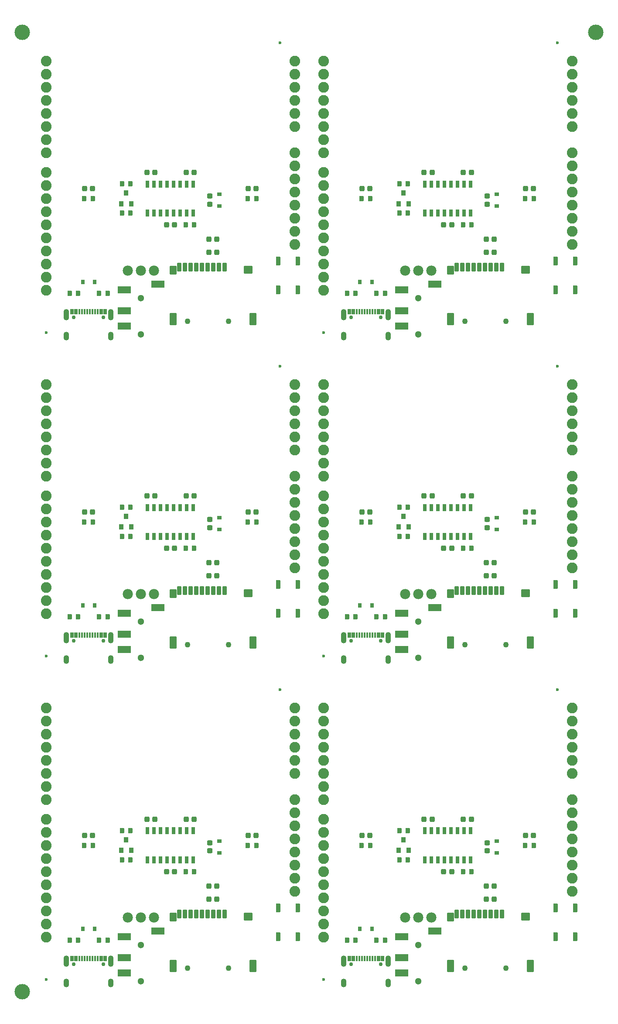
<source format=gts>
%TF.GenerationSoftware,KiCad,Pcbnew,8.0.7*%
%TF.CreationDate,2025-01-17T14:39:43-07:00*%
%TF.ProjectId,SparkFun_Serial_MP3_Player_Shield_MY1690X_panelized,53706172-6b46-4756-9e5f-53657269616c,rev?*%
%TF.SameCoordinates,Original*%
%TF.FileFunction,Soldermask,Top*%
%TF.FilePolarity,Negative*%
%FSLAX46Y46*%
G04 Gerber Fmt 4.6, Leading zero omitted, Abs format (unit mm)*
G04 Created by KiCad (PCBNEW 8.0.7) date 2025-01-17 14:39:43*
%MOMM*%
%LPD*%
G01*
G04 APERTURE LIST*
G04 Aperture macros list*
%AMRoundRect*
0 Rectangle with rounded corners*
0 $1 Rounding radius*
0 $2 $3 $4 $5 $6 $7 $8 $9 X,Y pos of 4 corners*
0 Add a 4 corners polygon primitive as box body*
4,1,4,$2,$3,$4,$5,$6,$7,$8,$9,$2,$3,0*
0 Add four circle primitives for the rounded corners*
1,1,$1+$1,$2,$3*
1,1,$1+$1,$4,$5*
1,1,$1+$1,$6,$7*
1,1,$1+$1,$8,$9*
0 Add four rect primitives between the rounded corners*
20,1,$1+$1,$2,$3,$4,$5,0*
20,1,$1+$1,$4,$5,$6,$7,0*
20,1,$1+$1,$6,$7,$8,$9,0*
20,1,$1+$1,$8,$9,$2,$3,0*%
G04 Aperture macros list end*
%ADD10C,3.000000*%
%ADD11RoundRect,0.050000X-0.300000X-0.600000X0.300000X-0.600000X0.300000X0.600000X-0.300000X0.600000X0*%
%ADD12RoundRect,0.250000X-0.250000X-0.275000X0.250000X-0.275000X0.250000X0.275000X-0.250000X0.275000X0*%
%ADD13C,0.750000*%
%ADD14RoundRect,0.050000X0.150000X0.500000X-0.150000X0.500000X-0.150000X-0.500000X0.150000X-0.500000X0*%
%ADD15RoundRect,0.050000X-0.150000X-0.500000X0.150000X-0.500000X0.150000X0.500000X-0.150000X0.500000X0*%
%ADD16RoundRect,0.050000X0.300000X0.500000X-0.300000X0.500000X-0.300000X-0.500000X0.300000X-0.500000X0*%
%ADD17RoundRect,0.050000X-0.300000X-0.500000X0.300000X-0.500000X0.300000X0.500000X-0.300000X0.500000X0*%
%ADD18O,1.100000X1.700000*%
%ADD19O,1.100000X2.200000*%
%ADD20RoundRect,0.225000X-0.225000X-0.300000X0.225000X-0.300000X0.225000X0.300000X-0.225000X0.300000X0*%
%ADD21RoundRect,0.243750X-0.243750X-0.281250X0.243750X-0.281250X0.243750X0.281250X-0.243750X0.281250X0*%
%ADD22RoundRect,0.250000X0.250000X0.275000X-0.250000X0.275000X-0.250000X-0.275000X0.250000X-0.275000X0*%
%ADD23C,1.100000*%
%ADD24RoundRect,0.050000X0.350000X-0.800000X0.350000X0.800000X-0.350000X0.800000X-0.350000X-0.800000X0*%
%ADD25RoundRect,0.050000X-0.600000X-0.800000X0.600000X-0.800000X0.600000X0.800000X-0.600000X0.800000X0*%
%ADD26RoundRect,0.050000X-0.600000X-1.100000X0.600000X-1.100000X0.600000X1.100000X-0.600000X1.100000X0*%
%ADD27RoundRect,0.050000X-0.800000X-0.700000X0.800000X-0.700000X0.800000X0.700000X-0.800000X0.700000X0*%
%ADD28RoundRect,0.050000X-0.400000X-0.450000X0.400000X-0.450000X0.400000X0.450000X-0.400000X0.450000X0*%
%ADD29RoundRect,0.225000X0.225000X0.300000X-0.225000X0.300000X-0.225000X-0.300000X0.225000X-0.300000X0*%
%ADD30C,1.300000*%
%ADD31RoundRect,0.050000X1.250000X-0.600000X1.250000X0.600000X-1.250000X0.600000X-1.250000X-0.600000X0*%
%ADD32RoundRect,0.050000X-1.250000X0.600000X-1.250000X-0.600000X1.250000X-0.600000X1.250000X0.600000X0*%
%ADD33C,0.600000*%
%ADD34C,2.082800*%
%ADD35C,1.979600*%
%ADD36RoundRect,0.050000X-0.381000X-0.762000X0.381000X-0.762000X0.381000X0.762000X-0.381000X0.762000X0*%
%ADD37RoundRect,0.050000X0.415000X-0.315000X0.415000X0.315000X-0.415000X0.315000X-0.415000X-0.315000X0*%
%ADD38RoundRect,0.250000X0.275000X-0.250000X0.275000X0.250000X-0.275000X0.250000X-0.275000X-0.250000X0*%
%ADD39RoundRect,0.050000X0.315000X0.415000X-0.315000X0.415000X-0.315000X-0.415000X0.315000X-0.415000X0*%
G04 APERTURE END LIST*
D10*
%TO.C,*%
X109228600Y185651100D03*
%TD*%
%TO.C,*%
X-2048600Y185651100D03*
%TD*%
%TO.C,*%
X-2048600Y-501100D03*
%TD*%
D11*
%TO.C,U2*%
X76065000Y150600000D03*
X77335000Y150600000D03*
X78605000Y150600000D03*
X79875000Y150600000D03*
X81145000Y150600000D03*
X82415000Y150600000D03*
X83685000Y150600000D03*
X84955000Y150600000D03*
X84955000Y156200000D03*
X83685000Y156200000D03*
X82415000Y156200000D03*
X81145000Y156200000D03*
X79875000Y156200000D03*
X78605000Y156200000D03*
X77335000Y156200000D03*
X76065000Y156200000D03*
%TD*%
%TO.C,U2*%
X76065000Y87870000D03*
X77335000Y87870000D03*
X78605000Y87870000D03*
X79875000Y87870000D03*
X81145000Y87870000D03*
X82415000Y87870000D03*
X83685000Y87870000D03*
X84955000Y87870000D03*
X84955000Y93470000D03*
X83685000Y93470000D03*
X82415000Y93470000D03*
X81145000Y93470000D03*
X79875000Y93470000D03*
X78605000Y93470000D03*
X77335000Y93470000D03*
X76065000Y93470000D03*
%TD*%
%TO.C,U2*%
X76065000Y25140000D03*
X77335000Y25140000D03*
X78605000Y25140000D03*
X79875000Y25140000D03*
X81145000Y25140000D03*
X82415000Y25140000D03*
X83685000Y25140000D03*
X84955000Y25140000D03*
X84955000Y30740000D03*
X83685000Y30740000D03*
X82415000Y30740000D03*
X81145000Y30740000D03*
X79875000Y30740000D03*
X78605000Y30740000D03*
X77335000Y30740000D03*
X76065000Y30740000D03*
%TD*%
%TO.C,U2*%
X22225000Y150600000D03*
X23495000Y150600000D03*
X24765000Y150600000D03*
X26035000Y150600000D03*
X27305000Y150600000D03*
X28575000Y150600000D03*
X29845000Y150600000D03*
X31115000Y150600000D03*
X31115000Y156200000D03*
X29845000Y156200000D03*
X28575000Y156200000D03*
X27305000Y156200000D03*
X26035000Y156200000D03*
X24765000Y156200000D03*
X23495000Y156200000D03*
X22225000Y156200000D03*
%TD*%
%TO.C,U2*%
X22225000Y87870000D03*
X23495000Y87870000D03*
X24765000Y87870000D03*
X26035000Y87870000D03*
X27305000Y87870000D03*
X28575000Y87870000D03*
X29845000Y87870000D03*
X31115000Y87870000D03*
X31115000Y93470000D03*
X29845000Y93470000D03*
X28575000Y93470000D03*
X27305000Y93470000D03*
X26035000Y93470000D03*
X24765000Y93470000D03*
X23495000Y93470000D03*
X22225000Y93470000D03*
%TD*%
D12*
%TO.C,C2*%
X87990000Y142922500D03*
X89540000Y142922500D03*
%TD*%
%TO.C,C2*%
X87990000Y80192500D03*
X89540000Y80192500D03*
%TD*%
%TO.C,C2*%
X87990000Y17462500D03*
X89540000Y17462500D03*
%TD*%
%TO.C,C2*%
X34150000Y142922500D03*
X35700000Y142922500D03*
%TD*%
%TO.C,C2*%
X34150000Y80192500D03*
X35700000Y80192500D03*
%TD*%
%TO.C,C3*%
X87990000Y145462500D03*
X89540000Y145462500D03*
%TD*%
%TO.C,C3*%
X87990000Y82732500D03*
X89540000Y82732500D03*
%TD*%
%TO.C,C3*%
X87990000Y20002500D03*
X89540000Y20002500D03*
%TD*%
%TO.C,C3*%
X34150000Y145462500D03*
X35700000Y145462500D03*
%TD*%
%TO.C,C3*%
X34150000Y82732500D03*
X35700000Y82732500D03*
%TD*%
D13*
%TO.C,J4*%
X61745000Y130365000D03*
X67525000Y130365000D03*
D14*
X63385000Y131470000D03*
X64385000Y131470000D03*
D15*
X64885000Y131470000D03*
X65885000Y131470000D03*
X66385000Y131470000D03*
X65385000Y131470000D03*
D14*
X63885000Y131470000D03*
X62885000Y131470000D03*
D16*
X61410000Y131470000D03*
D17*
X67860000Y131470000D03*
D18*
X60317000Y126715000D03*
D19*
X60317000Y130895000D03*
X68953000Y130895000D03*
D18*
X68953000Y126715000D03*
D16*
X62185000Y131470000D03*
D17*
X67085000Y131470000D03*
%TD*%
D13*
%TO.C,J4*%
X61745000Y67635000D03*
X67525000Y67635000D03*
D14*
X63385000Y68740000D03*
X64385000Y68740000D03*
D15*
X64885000Y68740000D03*
X65885000Y68740000D03*
X66385000Y68740000D03*
X65385000Y68740000D03*
D14*
X63885000Y68740000D03*
X62885000Y68740000D03*
D16*
X61410000Y68740000D03*
D17*
X67860000Y68740000D03*
D18*
X60317000Y63985000D03*
D19*
X60317000Y68165000D03*
X68953000Y68165000D03*
D18*
X68953000Y63985000D03*
D16*
X62185000Y68740000D03*
D17*
X67085000Y68740000D03*
%TD*%
D13*
%TO.C,J4*%
X61745000Y4905000D03*
X67525000Y4905000D03*
D14*
X63385000Y6010000D03*
X64385000Y6010000D03*
D15*
X64885000Y6010000D03*
X65885000Y6010000D03*
X66385000Y6010000D03*
X65385000Y6010000D03*
D14*
X63885000Y6010000D03*
X62885000Y6010000D03*
D16*
X61410000Y6010000D03*
D17*
X67860000Y6010000D03*
D18*
X60317000Y1255000D03*
D19*
X60317000Y5435000D03*
X68953000Y5435000D03*
D18*
X68953000Y1255000D03*
D16*
X62185000Y6010000D03*
D17*
X67085000Y6010000D03*
%TD*%
D13*
%TO.C,J4*%
X7905000Y130365000D03*
X13685000Y130365000D03*
D14*
X9545000Y131470000D03*
X10545000Y131470000D03*
D15*
X11045000Y131470000D03*
X12045000Y131470000D03*
X12545000Y131470000D03*
X11545000Y131470000D03*
D14*
X10045000Y131470000D03*
X9045000Y131470000D03*
D16*
X7570000Y131470000D03*
D17*
X14020000Y131470000D03*
D18*
X6477000Y126715000D03*
D19*
X6477000Y130895000D03*
X15113000Y130895000D03*
D18*
X15113000Y126715000D03*
D16*
X8345000Y131470000D03*
D17*
X13245000Y131470000D03*
%TD*%
D13*
%TO.C,J4*%
X7905000Y67635000D03*
X13685000Y67635000D03*
D14*
X9545000Y68740000D03*
X10545000Y68740000D03*
D15*
X11045000Y68740000D03*
X12045000Y68740000D03*
X12545000Y68740000D03*
X11545000Y68740000D03*
D14*
X10045000Y68740000D03*
X9045000Y68740000D03*
D16*
X7570000Y68740000D03*
D17*
X14020000Y68740000D03*
D18*
X6477000Y63985000D03*
D19*
X6477000Y68165000D03*
X15113000Y68165000D03*
D18*
X15113000Y63985000D03*
D16*
X8345000Y68740000D03*
D17*
X13245000Y68740000D03*
%TD*%
D20*
%TO.C,R3*%
X60952500Y134985000D03*
X62602500Y134985000D03*
%TD*%
%TO.C,R3*%
X60952500Y72255000D03*
X62602500Y72255000D03*
%TD*%
%TO.C,R3*%
X60952500Y9525000D03*
X62602500Y9525000D03*
%TD*%
%TO.C,R3*%
X7112500Y134985000D03*
X8762500Y134985000D03*
%TD*%
%TO.C,R3*%
X7112500Y72255000D03*
X8762500Y72255000D03*
%TD*%
D21*
%TO.C,D4*%
X95597500Y155305000D03*
X97172500Y155305000D03*
%TD*%
%TO.C,D4*%
X95597500Y92575000D03*
X97172500Y92575000D03*
%TD*%
%TO.C,D4*%
X95597500Y29845000D03*
X97172500Y29845000D03*
%TD*%
%TO.C,D4*%
X41757500Y155305000D03*
X43332500Y155305000D03*
%TD*%
%TO.C,D4*%
X41757500Y92575000D03*
X43332500Y92575000D03*
%TD*%
D22*
%TO.C,C1*%
X77475000Y158480000D03*
X75925000Y158480000D03*
%TD*%
%TO.C,C1*%
X77475000Y95750000D03*
X75925000Y95750000D03*
%TD*%
%TO.C,C1*%
X77475000Y33020000D03*
X75925000Y33020000D03*
%TD*%
%TO.C,C1*%
X23635000Y158480000D03*
X22085000Y158480000D03*
%TD*%
%TO.C,C1*%
X23635000Y95750000D03*
X22085000Y95750000D03*
%TD*%
D20*
%TO.C,R4*%
X71112500Y156257500D03*
X72762500Y156257500D03*
%TD*%
%TO.C,R4*%
X71112500Y93527500D03*
X72762500Y93527500D03*
%TD*%
%TO.C,R4*%
X71112500Y30797500D03*
X72762500Y30797500D03*
%TD*%
%TO.C,R4*%
X17272500Y156257500D03*
X18922500Y156257500D03*
%TD*%
%TO.C,R4*%
X17272500Y93527500D03*
X18922500Y93527500D03*
%TD*%
D23*
%TO.C,J6*%
X83815000Y129587500D03*
X91815000Y129587500D03*
D24*
X91015000Y140087500D03*
X89915000Y140087500D03*
X88815000Y140087500D03*
X87715000Y140087500D03*
X86615000Y140087500D03*
X85515000Y140087500D03*
X84415000Y140087500D03*
X83315000Y140087500D03*
X82215000Y140087500D03*
D25*
X81015000Y139487500D03*
D26*
X81015000Y129987500D03*
X96515000Y129987500D03*
D27*
X95615000Y139587500D03*
%TD*%
D23*
%TO.C,J6*%
X83815000Y66857500D03*
X91815000Y66857500D03*
D24*
X91015000Y77357500D03*
X89915000Y77357500D03*
X88815000Y77357500D03*
X87715000Y77357500D03*
X86615000Y77357500D03*
X85515000Y77357500D03*
X84415000Y77357500D03*
X83315000Y77357500D03*
X82215000Y77357500D03*
D25*
X81015000Y76757500D03*
D26*
X81015000Y67257500D03*
X96515000Y67257500D03*
D27*
X95615000Y76857500D03*
%TD*%
D23*
%TO.C,J6*%
X83815000Y4127500D03*
X91815000Y4127500D03*
D24*
X91015000Y14627500D03*
X89915000Y14627500D03*
X88815000Y14627500D03*
X87715000Y14627500D03*
X86615000Y14627500D03*
X85515000Y14627500D03*
X84415000Y14627500D03*
X83315000Y14627500D03*
X82215000Y14627500D03*
D25*
X81015000Y14027500D03*
D26*
X81015000Y4527500D03*
X96515000Y4527500D03*
D27*
X95615000Y14127500D03*
%TD*%
D23*
%TO.C,J6*%
X29975000Y129587500D03*
X37975000Y129587500D03*
D24*
X37175000Y140087500D03*
X36075000Y140087500D03*
X34975000Y140087500D03*
X33875000Y140087500D03*
X32775000Y140087500D03*
X31675000Y140087500D03*
X30575000Y140087500D03*
X29475000Y140087500D03*
X28375000Y140087500D03*
D25*
X27175000Y139487500D03*
D26*
X27175000Y129987500D03*
X42675000Y129987500D03*
D27*
X41775000Y139587500D03*
%TD*%
D23*
%TO.C,J6*%
X29975000Y66857500D03*
X37975000Y66857500D03*
D24*
X37175000Y77357500D03*
X36075000Y77357500D03*
X34975000Y77357500D03*
X33875000Y77357500D03*
X32775000Y77357500D03*
X31675000Y77357500D03*
X30575000Y77357500D03*
X29475000Y77357500D03*
X28375000Y77357500D03*
D25*
X27175000Y76757500D03*
D26*
X27175000Y67257500D03*
X42675000Y67257500D03*
D27*
X41775000Y76857500D03*
%TD*%
D28*
%TO.C,Q1*%
X70987500Y152400000D03*
X72887500Y152400000D03*
X71937500Y154500000D03*
%TD*%
%TO.C,Q1*%
X70987500Y89670000D03*
X72887500Y89670000D03*
X71937500Y91770000D03*
%TD*%
%TO.C,Q1*%
X70987500Y26940000D03*
X72887500Y26940000D03*
X71937500Y29040000D03*
%TD*%
%TO.C,Q1*%
X17147500Y152400000D03*
X19047500Y152400000D03*
X18097500Y154500000D03*
%TD*%
%TO.C,Q1*%
X17147500Y89670000D03*
X19047500Y89670000D03*
X18097500Y91770000D03*
%TD*%
D29*
%TO.C,R9*%
X97210000Y153400000D03*
X95560000Y153400000D03*
%TD*%
%TO.C,R9*%
X97210000Y90670000D03*
X95560000Y90670000D03*
%TD*%
%TO.C,R9*%
X97210000Y27940000D03*
X95560000Y27940000D03*
%TD*%
%TO.C,R9*%
X43370000Y153400000D03*
X41720000Y153400000D03*
%TD*%
%TO.C,R9*%
X43370000Y90670000D03*
X41720000Y90670000D03*
%TD*%
%TO.C,R6*%
X85145000Y148320000D03*
X83495000Y148320000D03*
%TD*%
%TO.C,R6*%
X85145000Y85590000D03*
X83495000Y85590000D03*
%TD*%
%TO.C,R6*%
X85145000Y22860000D03*
X83495000Y22860000D03*
%TD*%
%TO.C,R6*%
X31305000Y148320000D03*
X29655000Y148320000D03*
%TD*%
%TO.C,R6*%
X31305000Y85590000D03*
X29655000Y85590000D03*
%TD*%
D20*
%TO.C,R2*%
X66667500Y134985000D03*
X68317500Y134985000D03*
%TD*%
%TO.C,R2*%
X66667500Y72255000D03*
X68317500Y72255000D03*
%TD*%
%TO.C,R2*%
X66667500Y9525000D03*
X68317500Y9525000D03*
%TD*%
%TO.C,R2*%
X12827500Y134985000D03*
X14477500Y134985000D03*
%TD*%
%TO.C,R2*%
X12827500Y72255000D03*
X14477500Y72255000D03*
%TD*%
D30*
%TO.C,J1*%
X74795000Y127040000D03*
X74795000Y134040000D03*
D31*
X71545000Y131640000D03*
D32*
X71545000Y128640000D03*
D31*
X78045000Y136740000D03*
X71545000Y135640000D03*
%TD*%
D30*
%TO.C,J1*%
X74795000Y64310000D03*
X74795000Y71310000D03*
D31*
X71545000Y68910000D03*
D32*
X71545000Y65910000D03*
D31*
X78045000Y74010000D03*
X71545000Y72910000D03*
%TD*%
D30*
%TO.C,J1*%
X74795000Y1580000D03*
X74795000Y8580000D03*
D31*
X71545000Y6180000D03*
D32*
X71545000Y3180000D03*
D31*
X78045000Y11280000D03*
X71545000Y10180000D03*
%TD*%
D30*
%TO.C,J1*%
X20955000Y127040000D03*
X20955000Y134040000D03*
D31*
X17705000Y131640000D03*
D32*
X17705000Y128640000D03*
D31*
X24205000Y136740000D03*
X17705000Y135640000D03*
%TD*%
D30*
%TO.C,J1*%
X20955000Y64310000D03*
X20955000Y71310000D03*
D31*
X17705000Y68910000D03*
D32*
X17705000Y65910000D03*
D31*
X24205000Y74010000D03*
X17705000Y72910000D03*
%TD*%
D33*
%TO.C,FID4*%
X101782500Y183562500D03*
%TD*%
%TO.C,FID4*%
X101782500Y120832500D03*
%TD*%
%TO.C,FID4*%
X101782500Y58102500D03*
%TD*%
%TO.C,FID4*%
X47942500Y183562500D03*
%TD*%
%TO.C,FID4*%
X47942500Y120832500D03*
%TD*%
D22*
%TO.C,C7*%
X85095000Y158480000D03*
X83545000Y158480000D03*
%TD*%
%TO.C,C7*%
X85095000Y95750000D03*
X83545000Y95750000D03*
%TD*%
%TO.C,C7*%
X85095000Y33020000D03*
X83545000Y33020000D03*
%TD*%
%TO.C,C7*%
X31255000Y158480000D03*
X29705000Y158480000D03*
%TD*%
%TO.C,C7*%
X31255000Y95750000D03*
X29705000Y95750000D03*
%TD*%
D29*
%TO.C,R1*%
X72762500Y150542500D03*
X71112500Y150542500D03*
%TD*%
%TO.C,R1*%
X72762500Y87812500D03*
X71112500Y87812500D03*
%TD*%
%TO.C,R1*%
X72762500Y25082500D03*
X71112500Y25082500D03*
%TD*%
%TO.C,R1*%
X18922500Y150542500D03*
X17272500Y150542500D03*
%TD*%
%TO.C,R1*%
X18922500Y87812500D03*
X17272500Y87812500D03*
%TD*%
D22*
%TO.C,C8*%
X81285000Y148320000D03*
X79735000Y148320000D03*
%TD*%
%TO.C,C8*%
X81285000Y85590000D03*
X79735000Y85590000D03*
%TD*%
%TO.C,C8*%
X81285000Y22860000D03*
X79735000Y22860000D03*
%TD*%
%TO.C,C8*%
X27445000Y148320000D03*
X25895000Y148320000D03*
%TD*%
%TO.C,C8*%
X27445000Y85590000D03*
X25895000Y85590000D03*
%TD*%
D34*
%TO.C,B1*%
X104640000Y149590000D03*
X104640000Y162290000D03*
X104640000Y144510000D03*
X104640000Y147050000D03*
X104640000Y157210000D03*
X104640000Y159750000D03*
X56380000Y143240000D03*
X56380000Y145780000D03*
X56380000Y148320000D03*
X56380000Y150860000D03*
X56380000Y153400000D03*
X56380000Y155940000D03*
X56380000Y158480000D03*
X56380000Y162290000D03*
X56380000Y164830000D03*
X56380000Y167370000D03*
X56380000Y169910000D03*
X56380000Y172450000D03*
X56380000Y174990000D03*
X56380000Y177530000D03*
X56380000Y180070000D03*
X56380000Y140700000D03*
X104640000Y180070000D03*
X56380000Y135620000D03*
X104640000Y177530000D03*
X56380000Y138160000D03*
X104640000Y174990000D03*
X104640000Y172450000D03*
X104640000Y169910000D03*
X104640000Y167370000D03*
X104640000Y154670000D03*
X104640000Y152130000D03*
%TD*%
%TO.C,B1*%
X104640000Y86860000D03*
X104640000Y99560000D03*
X104640000Y81780000D03*
X104640000Y84320000D03*
X104640000Y94480000D03*
X104640000Y97020000D03*
X56380000Y80510000D03*
X56380000Y83050000D03*
X56380000Y85590000D03*
X56380000Y88130000D03*
X56380000Y90670000D03*
X56380000Y93210000D03*
X56380000Y95750000D03*
X56380000Y99560000D03*
X56380000Y102100000D03*
X56380000Y104640000D03*
X56380000Y107180000D03*
X56380000Y109720000D03*
X56380000Y112260000D03*
X56380000Y114800000D03*
X56380000Y117340000D03*
X56380000Y77970000D03*
X104640000Y117340000D03*
X56380000Y72890000D03*
X104640000Y114800000D03*
X56380000Y75430000D03*
X104640000Y112260000D03*
X104640000Y109720000D03*
X104640000Y107180000D03*
X104640000Y104640000D03*
X104640000Y91940000D03*
X104640000Y89400000D03*
%TD*%
%TO.C,B1*%
X104640000Y24130000D03*
X104640000Y36830000D03*
X104640000Y19050000D03*
X104640000Y21590000D03*
X104640000Y31750000D03*
X104640000Y34290000D03*
X56380000Y17780000D03*
X56380000Y20320000D03*
X56380000Y22860000D03*
X56380000Y25400000D03*
X56380000Y27940000D03*
X56380000Y30480000D03*
X56380000Y33020000D03*
X56380000Y36830000D03*
X56380000Y39370000D03*
X56380000Y41910000D03*
X56380000Y44450000D03*
X56380000Y46990000D03*
X56380000Y49530000D03*
X56380000Y52070000D03*
X56380000Y54610000D03*
X56380000Y15240000D03*
X104640000Y54610000D03*
X56380000Y10160000D03*
X104640000Y52070000D03*
X56380000Y12700000D03*
X104640000Y49530000D03*
X104640000Y46990000D03*
X104640000Y44450000D03*
X104640000Y41910000D03*
X104640000Y29210000D03*
X104640000Y26670000D03*
%TD*%
%TO.C,B1*%
X50800000Y149590000D03*
X50800000Y162290000D03*
X50800000Y144510000D03*
X50800000Y147050000D03*
X50800000Y157210000D03*
X50800000Y159750000D03*
X2540000Y143240000D03*
X2540000Y145780000D03*
X2540000Y148320000D03*
X2540000Y150860000D03*
X2540000Y153400000D03*
X2540000Y155940000D03*
X2540000Y158480000D03*
X2540000Y162290000D03*
X2540000Y164830000D03*
X2540000Y167370000D03*
X2540000Y169910000D03*
X2540000Y172450000D03*
X2540000Y174990000D03*
X2540000Y177530000D03*
X2540000Y180070000D03*
X2540000Y140700000D03*
X50800000Y180070000D03*
X2540000Y135620000D03*
X50800000Y177530000D03*
X2540000Y138160000D03*
X50800000Y174990000D03*
X50800000Y172450000D03*
X50800000Y169910000D03*
X50800000Y167370000D03*
X50800000Y154670000D03*
X50800000Y152130000D03*
%TD*%
%TO.C,B1*%
X50800000Y86860000D03*
X50800000Y99560000D03*
X50800000Y81780000D03*
X50800000Y84320000D03*
X50800000Y94480000D03*
X50800000Y97020000D03*
X2540000Y80510000D03*
X2540000Y83050000D03*
X2540000Y85590000D03*
X2540000Y88130000D03*
X2540000Y90670000D03*
X2540000Y93210000D03*
X2540000Y95750000D03*
X2540000Y99560000D03*
X2540000Y102100000D03*
X2540000Y104640000D03*
X2540000Y107180000D03*
X2540000Y109720000D03*
X2540000Y112260000D03*
X2540000Y114800000D03*
X2540000Y117340000D03*
X2540000Y77970000D03*
X50800000Y117340000D03*
X2540000Y72890000D03*
X50800000Y114800000D03*
X2540000Y75430000D03*
X50800000Y112260000D03*
X50800000Y109720000D03*
X50800000Y107180000D03*
X50800000Y104640000D03*
X50800000Y91940000D03*
X50800000Y89400000D03*
%TD*%
D35*
%TO.C,J3*%
X72255000Y139430000D03*
X74795000Y139430000D03*
X77335000Y139430000D03*
%TD*%
%TO.C,J3*%
X72255000Y76700000D03*
X74795000Y76700000D03*
X77335000Y76700000D03*
%TD*%
%TO.C,J3*%
X72255000Y13970000D03*
X74795000Y13970000D03*
X77335000Y13970000D03*
%TD*%
%TO.C,J3*%
X18415000Y139430000D03*
X20955000Y139430000D03*
X23495000Y139430000D03*
%TD*%
%TO.C,J3*%
X18415000Y76700000D03*
X20955000Y76700000D03*
X23495000Y76700000D03*
%TD*%
D33*
%TO.C,FID3*%
X56380000Y127365000D03*
%TD*%
%TO.C,FID3*%
X56380000Y64635000D03*
%TD*%
%TO.C,FID3*%
X56380000Y1905000D03*
%TD*%
%TO.C,FID3*%
X2540000Y127365000D03*
%TD*%
%TO.C,FID3*%
X2540000Y64635000D03*
%TD*%
D36*
%TO.C,SW1*%
X105275000Y141271500D03*
X105275000Y135683500D03*
X101465000Y141271500D03*
X101465000Y135683500D03*
%TD*%
%TO.C,SW1*%
X105275000Y78541500D03*
X105275000Y72953500D03*
X101465000Y78541500D03*
X101465000Y72953500D03*
%TD*%
%TO.C,SW1*%
X105275000Y15811500D03*
X105275000Y10223500D03*
X101465000Y15811500D03*
X101465000Y10223500D03*
%TD*%
%TO.C,SW1*%
X51435000Y141271500D03*
X51435000Y135683500D03*
X47625000Y141271500D03*
X47625000Y135683500D03*
%TD*%
%TO.C,SW1*%
X51435000Y78541500D03*
X51435000Y72953500D03*
X47625000Y78541500D03*
X47625000Y72953500D03*
%TD*%
D21*
%TO.C,D1*%
X63847500Y155305000D03*
X65422500Y155305000D03*
%TD*%
%TO.C,D1*%
X63847500Y92575000D03*
X65422500Y92575000D03*
%TD*%
%TO.C,D1*%
X63847500Y29845000D03*
X65422500Y29845000D03*
%TD*%
%TO.C,D1*%
X10007500Y155305000D03*
X11582500Y155305000D03*
%TD*%
%TO.C,D1*%
X10007500Y92575000D03*
X11582500Y92575000D03*
%TD*%
D29*
%TO.C,R5*%
X63810000Y153400000D03*
X65460000Y153400000D03*
%TD*%
%TO.C,R5*%
X63810000Y90670000D03*
X65460000Y90670000D03*
%TD*%
%TO.C,R5*%
X63810000Y27940000D03*
X65460000Y27940000D03*
%TD*%
%TO.C,R5*%
X9970000Y153400000D03*
X11620000Y153400000D03*
%TD*%
%TO.C,R5*%
X9970000Y90670000D03*
X11620000Y90670000D03*
%TD*%
D37*
%TO.C,D2*%
X90035000Y151932500D03*
X90035000Y154232500D03*
%TD*%
%TO.C,D2*%
X90035000Y89202500D03*
X90035000Y91502500D03*
%TD*%
%TO.C,D2*%
X90035000Y26472500D03*
X90035000Y28772500D03*
%TD*%
%TO.C,D2*%
X36195000Y151932500D03*
X36195000Y154232500D03*
%TD*%
%TO.C,D2*%
X36195000Y89202500D03*
X36195000Y91502500D03*
%TD*%
D38*
%TO.C,L1*%
X88130000Y152307500D03*
X88130000Y153857500D03*
%TD*%
%TO.C,L1*%
X88130000Y89577500D03*
X88130000Y91127500D03*
%TD*%
%TO.C,L1*%
X88130000Y26847500D03*
X88130000Y28397500D03*
%TD*%
%TO.C,L1*%
X34290000Y152307500D03*
X34290000Y153857500D03*
%TD*%
%TO.C,L1*%
X34290000Y89577500D03*
X34290000Y91127500D03*
%TD*%
D39*
%TO.C,D3*%
X65785000Y137207500D03*
X63485000Y137207500D03*
%TD*%
%TO.C,D3*%
X65785000Y74477500D03*
X63485000Y74477500D03*
%TD*%
%TO.C,D3*%
X65785000Y11747500D03*
X63485000Y11747500D03*
%TD*%
%TO.C,D3*%
X11945000Y137207500D03*
X9645000Y137207500D03*
%TD*%
%TO.C,D3*%
X11945000Y74477500D03*
X9645000Y74477500D03*
%TD*%
%TO.C,D3*%
X11945000Y11747500D03*
X9645000Y11747500D03*
%TD*%
D38*
%TO.C,L1*%
X34290000Y26847500D03*
X34290000Y28397500D03*
%TD*%
D37*
%TO.C,D2*%
X36195000Y26472500D03*
X36195000Y28772500D03*
%TD*%
D29*
%TO.C,R5*%
X9970000Y27940000D03*
X11620000Y27940000D03*
%TD*%
D21*
%TO.C,D1*%
X10007500Y29845000D03*
X11582500Y29845000D03*
%TD*%
D36*
%TO.C,SW1*%
X51435000Y15811500D03*
X51435000Y10223500D03*
X47625000Y15811500D03*
X47625000Y10223500D03*
%TD*%
D33*
%TO.C,FID3*%
X2540000Y1905000D03*
%TD*%
D35*
%TO.C,J3*%
X18415000Y13970000D03*
X20955000Y13970000D03*
X23495000Y13970000D03*
%TD*%
D34*
%TO.C,B1*%
X50800000Y24130000D03*
X50800000Y36830000D03*
X50800000Y19050000D03*
X50800000Y21590000D03*
X50800000Y31750000D03*
X50800000Y34290000D03*
X2540000Y17780000D03*
X2540000Y20320000D03*
X2540000Y22860000D03*
X2540000Y25400000D03*
X2540000Y27940000D03*
X2540000Y30480000D03*
X2540000Y33020000D03*
X2540000Y36830000D03*
X2540000Y39370000D03*
X2540000Y41910000D03*
X2540000Y44450000D03*
X2540000Y46990000D03*
X2540000Y49530000D03*
X2540000Y52070000D03*
X2540000Y54610000D03*
X2540000Y15240000D03*
X50800000Y54610000D03*
X2540000Y10160000D03*
X50800000Y52070000D03*
X2540000Y12700000D03*
X50800000Y49530000D03*
X50800000Y46990000D03*
X50800000Y44450000D03*
X50800000Y41910000D03*
X50800000Y29210000D03*
X50800000Y26670000D03*
%TD*%
D22*
%TO.C,C8*%
X27445000Y22860000D03*
X25895000Y22860000D03*
%TD*%
D29*
%TO.C,R1*%
X18922500Y25082500D03*
X17272500Y25082500D03*
%TD*%
D22*
%TO.C,C7*%
X31255000Y33020000D03*
X29705000Y33020000D03*
%TD*%
D33*
%TO.C,FID4*%
X47942500Y58102500D03*
%TD*%
D30*
%TO.C,J1*%
X20955000Y1580000D03*
X20955000Y8580000D03*
D31*
X17705000Y6180000D03*
D32*
X17705000Y3180000D03*
D31*
X24205000Y11280000D03*
X17705000Y10180000D03*
%TD*%
D20*
%TO.C,R2*%
X12827500Y9525000D03*
X14477500Y9525000D03*
%TD*%
D29*
%TO.C,R6*%
X31305000Y22860000D03*
X29655000Y22860000D03*
%TD*%
%TO.C,R9*%
X43370000Y27940000D03*
X41720000Y27940000D03*
%TD*%
D28*
%TO.C,Q1*%
X17147500Y26940000D03*
X19047500Y26940000D03*
X18097500Y29040000D03*
%TD*%
D23*
%TO.C,J6*%
X29975000Y4127500D03*
X37975000Y4127500D03*
D24*
X37175000Y14627500D03*
X36075000Y14627500D03*
X34975000Y14627500D03*
X33875000Y14627500D03*
X32775000Y14627500D03*
X31675000Y14627500D03*
X30575000Y14627500D03*
X29475000Y14627500D03*
X28375000Y14627500D03*
D25*
X27175000Y14027500D03*
D26*
X27175000Y4527500D03*
X42675000Y4527500D03*
D27*
X41775000Y14127500D03*
%TD*%
D20*
%TO.C,R4*%
X17272500Y30797500D03*
X18922500Y30797500D03*
%TD*%
D22*
%TO.C,C1*%
X23635000Y33020000D03*
X22085000Y33020000D03*
%TD*%
D21*
%TO.C,D4*%
X41757500Y29845000D03*
X43332500Y29845000D03*
%TD*%
D20*
%TO.C,R3*%
X7112500Y9525000D03*
X8762500Y9525000D03*
%TD*%
D13*
%TO.C,J4*%
X7905000Y4905000D03*
X13685000Y4905000D03*
D14*
X9545000Y6010000D03*
X10545000Y6010000D03*
D15*
X11045000Y6010000D03*
X12045000Y6010000D03*
X12545000Y6010000D03*
X11545000Y6010000D03*
D14*
X10045000Y6010000D03*
X9045000Y6010000D03*
D16*
X7570000Y6010000D03*
D17*
X14020000Y6010000D03*
D18*
X6477000Y1255000D03*
D19*
X6477000Y5435000D03*
X15113000Y5435000D03*
D18*
X15113000Y1255000D03*
D16*
X8345000Y6010000D03*
D17*
X13245000Y6010000D03*
%TD*%
D12*
%TO.C,C3*%
X34150000Y20002500D03*
X35700000Y20002500D03*
%TD*%
%TO.C,C2*%
X34150000Y17462500D03*
X35700000Y17462500D03*
%TD*%
D11*
%TO.C,U2*%
X22225000Y25140000D03*
X23495000Y25140000D03*
X24765000Y25140000D03*
X26035000Y25140000D03*
X27305000Y25140000D03*
X28575000Y25140000D03*
X29845000Y25140000D03*
X31115000Y25140000D03*
X31115000Y30740000D03*
X29845000Y30740000D03*
X28575000Y30740000D03*
X27305000Y30740000D03*
X26035000Y30740000D03*
X24765000Y30740000D03*
X23495000Y30740000D03*
X22225000Y30740000D03*
%TD*%
M02*

</source>
